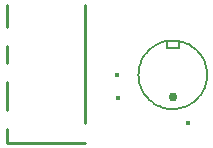
<source format=gbo>
G75*
%MOIN*%
%OFA0B0*%
%FSLAX24Y24*%
%IPPOS*%
%LPD*%
%AMOC8*
5,1,8,0,0,1.08239X$1,22.5*
%
%ADD10C,0.0080*%
%ADD11C,0.0296*%
%ADD12R,0.0118X0.0118*%
%ADD13C,0.0100*%
D10*
X007540Y016793D02*
X007542Y016860D01*
X007548Y016927D01*
X007558Y016993D01*
X007571Y017059D01*
X007589Y017124D01*
X007610Y017187D01*
X007635Y017249D01*
X007664Y017310D01*
X007696Y017369D01*
X007731Y017426D01*
X007770Y017480D01*
X007812Y017533D01*
X007857Y017583D01*
X007905Y017630D01*
X007955Y017674D01*
X008008Y017715D01*
X008063Y017753D01*
X008121Y017788D01*
X008180Y017819D01*
X008241Y017846D01*
X008304Y017871D01*
X008368Y017891D01*
X008433Y017907D01*
X008498Y017920D01*
X008565Y017929D01*
X008632Y017934D01*
X008699Y017935D01*
X008766Y017932D01*
X008832Y017925D01*
X008899Y017914D01*
X008964Y017900D01*
X009029Y017881D01*
X009092Y017859D01*
X009154Y017833D01*
X009214Y017804D01*
X009272Y017771D01*
X009329Y017734D01*
X009383Y017695D01*
X009434Y017652D01*
X009484Y017606D01*
X009530Y017558D01*
X009573Y017507D01*
X009614Y017453D01*
X009651Y017398D01*
X009685Y017340D01*
X009715Y017280D01*
X009742Y017218D01*
X009765Y017155D01*
X009784Y017091D01*
X009800Y017026D01*
X009812Y016960D01*
X009820Y016893D01*
X009824Y016827D01*
X009824Y016759D01*
X009820Y016693D01*
X009812Y016626D01*
X009800Y016560D01*
X009784Y016495D01*
X009765Y016431D01*
X009742Y016368D01*
X009715Y016306D01*
X009685Y016246D01*
X009651Y016188D01*
X009614Y016133D01*
X009573Y016079D01*
X009530Y016028D01*
X009484Y015980D01*
X009434Y015934D01*
X009383Y015891D01*
X009329Y015852D01*
X009272Y015815D01*
X009214Y015782D01*
X009154Y015753D01*
X009092Y015727D01*
X009029Y015705D01*
X008964Y015686D01*
X008899Y015672D01*
X008832Y015661D01*
X008766Y015654D01*
X008699Y015651D01*
X008632Y015652D01*
X008565Y015657D01*
X008498Y015666D01*
X008433Y015679D01*
X008368Y015695D01*
X008304Y015715D01*
X008241Y015740D01*
X008180Y015767D01*
X008121Y015798D01*
X008063Y015833D01*
X008008Y015871D01*
X007955Y015912D01*
X007905Y015956D01*
X007857Y016003D01*
X007812Y016053D01*
X007770Y016106D01*
X007731Y016160D01*
X007696Y016217D01*
X007664Y016276D01*
X007635Y016337D01*
X007610Y016399D01*
X007589Y016462D01*
X007571Y016527D01*
X007558Y016593D01*
X007548Y016659D01*
X007542Y016726D01*
X007540Y016793D01*
X008485Y017679D02*
X008879Y017679D01*
X008879Y017876D01*
X008485Y017876D02*
X008485Y017679D01*
D11*
X008682Y016045D03*
D12*
X009182Y015193D03*
X006852Y016003D03*
X006832Y016793D03*
D13*
X003143Y014993D02*
X003143Y014520D01*
X005741Y014520D01*
X005741Y015189D02*
X005741Y019126D01*
X003143Y019126D02*
X003143Y018378D01*
X003143Y017749D02*
X003143Y017197D01*
X003143Y016567D02*
X003143Y015623D01*
M02*

</source>
